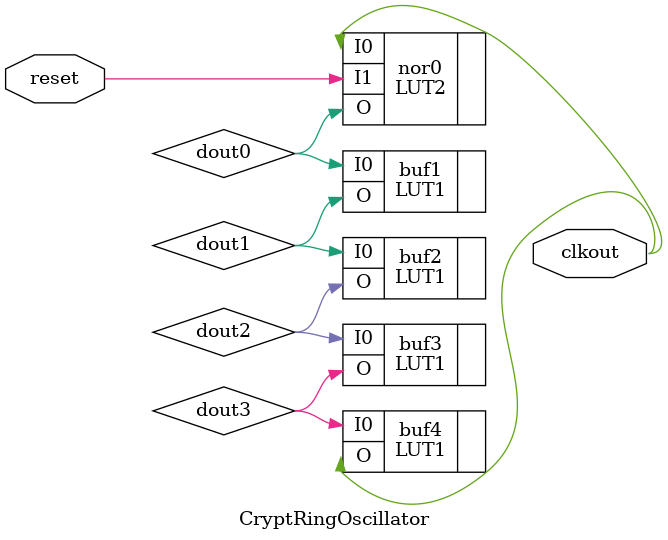
<source format=v>
`timescale 1ns / 1ps
/***********************************************************************************************************************
*                                                                                                                      *
* ANTIKERNEL v0.1                                                                                                      *
*                                                                                                                      *
* Copyright (c) 2012-2016 Andrew D. Zonenberg                                                                          *
* All rights reserved.                                                                                                 *
*                                                                                                                      *
* Redistribution and use in source and binary forms, with or without modification, are permitted provided that the     *
* following conditions are met:                                                                                        *
*                                                                                                                      *
*    * Redistributions of source code must retain the above copyright notice, this list of conditions, and the         *
*      following disclaimer.                                                                                           *
*                                                                                                                      *
*    * Redistributions in binary form must reproduce the above copyright notice, this list of conditions and the       *
*      following disclaimer in the documentation and/or other materials provided with the distribution.                *
*                                                                                                                      *
*    * Neither the name of the author nor the names of any contributors may be used to endorse or promote products     *
*      derived from this software without specific prior written permission.                                           *
*                                                                                                                      *
* THIS SOFTWARE IS PROVIDED BY THE AUTHORS "AS IS" AND ANY EXPRESS OR IMPLIED WARRANTIES, INCLUDING, BUT NOT LIMITED   *
* TO, THE IMPLIED WARRANTIES OF MERCHANTABILITY AND FITNESS FOR A PARTICULAR PURPOSE ARE DISCLAIMED. IN NO EVENT SHALL *
* THE AUTHORS BE HELD LIABLE FOR ANY DIRECT, INDIRECT, INCIDENTAL, SPECIAL, EXEMPLARY, OR CONSEQUENTIAL DAMAGES        *
* (INCLUDING, BUT NOT LIMITED TO, PROCUREMENT OF SUBSTITUTE GOODS OR SERVICES; LOSS OF USE, DATA, OR PROFITS; OR       *
* BUSINESS INTERRUPTION) HOWEVER CAUSED AND ON ANY THEORY OF LIABILITY, WHETHER IN CONTRACT, STRICT LIABILITY, OR TORT *
* (INCLUDING NEGLIGENCE OR OTHERWISE) ARISING IN ANY WAY OUT OF THE USE OF THIS SOFTWARE, EVEN IF ADVISED OF THE       *
* POSSIBILITY OF SUCH DAMAGE.                                                                                          *
*                                                                                                                      *
***********************************************************************************************************************/

/**
	@file
	@author Andrew D. Zonenberg
	@brief Ring oscillator for cryptographic applications
 */
module CryptRingOscillator(reset, clkout);
	
	input wire reset;
	(* S = "yes" *) output wire clkout;

	//Inverter stage
	(* S = "yes" *) wire dout0;
	(* S = "yes" *) (* RLOC = "X0Y0" *) LUT2 #(.INIT(2'b0001)) nor0 (.O(dout0),  .I0(clkout), .I1(reset) );

	//Buffer stages	
	(* S = "yes" *) wire dout1;
	(* S = "yes" *) wire dout2;
	(* S = "yes" *) wire dout3;
	
	(* S = "yes" *) (* RLOC = "X0Y0" *) LUT1 #(.INIT(2'b10)) buf1( .O(dout1),  .I0(dout0)  );
	(* S = "yes" *) (* RLOC = "X0Y0" *) LUT1 #(.INIT(2'b10)) buf2( .O(dout2),  .I0(dout1)  );
	(* S = "yes" *) (* RLOC = "X0Y0" *) LUT1 #(.INIT(2'b10)) buf3( .O(dout3),  .I0(dout2)  );
	(* S = "yes" *) (* RLOC = "X1Y0" *) LUT1 #(.INIT(2'b10)) buf4( .O(clkout),  .I0(dout3)  );

endmodule

</source>
